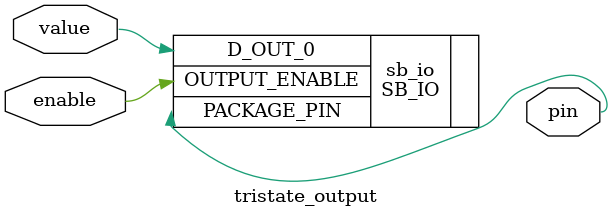
<source format=v>
/*
This file is part of verilog-buildingblocks,
by David R. Piegdon <dgit@piegdon.de>

verilog-buildingblocks is free software: you can redistribute it and/or modify
it under the terms of the GNU Lesser General Public License as published by
the Free Software Foundation, either version 3 of the License, or
(at your option) any later version.

verilog-buildingblocks is distributed in the hope that it will be useful,
but WITHOUT ANY WARRANTY; without even the implied warranty of
MERCHANTABILITY or FITNESS FOR A PARTICULAR PURPOSE.  See the
GNU Lesser General Public License for more details.

You should have received a copy of the GNU Lesser General Public License
along with verilog-buildingblocks.  If not, see <https://www.gnu.org/licenses/>.
*/

`ifndef __vbb__lattice_ice40__tristate_output_v__
`define __vbb__lattice_ice40__tristate_output_v__

`default_nettype none

// Implementation of tristateable output.
module tristate_output(output pin, input wire enable, input wire value);
	SB_IO #(
		.PIN_TYPE(6'b1010_01),
		.PULLUP(1'b0)
	) sb_io (
		.PACKAGE_PIN(pin),
		.OUTPUT_ENABLE(enable),
		.D_OUT_0(value)
	);
endmodule

`endif // __vbb__lattice_ice40__tristate_output_v__

</source>
